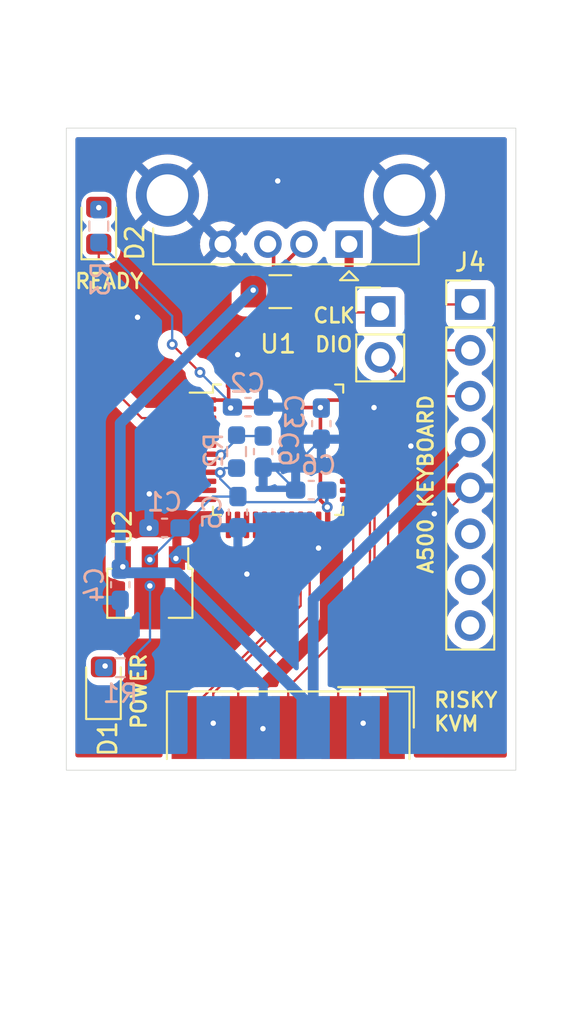
<source format=kicad_pcb>
(kicad_pcb (version 20221018) (generator pcbnew)
  (layers (0 "F.Cu" signal "Front") (1 "In1.Cu" signal) (2 "In2.Cu" signal) (31 "B.Cu" signal "Back") (34 "B.Paste" user) (35 "F.Paste" user) (36 "B.SilkS" user "B.Silkscreen") (37 "F.SilkS" user "F.Silkscreen") (38 "B.Mask" user) (39 "F.Mask" user) (44 "Edge.Cuts" user))
  (net 0 "")
  (net 1 "+3.3V")
  (net 2 "GND")
  (net 3 "+5V")
  (net 4 "/NRST")
  (net 5 "Net-(J3-VBUS)")
  (net 6 "/PIN1")
  (net 7 "/PIN2")
  (net 8 "/PIN3")
  (net 9 "/PIN4")
  (net 10 "/PIN5")
  (net 11 "/PIN6")
  (net 12 "/PIN9")
  (net 13 "/SWDIO")
  (net 14 "/SWCLK")
  (net 15 "/USB_DM")
  (net 16 "/USB_DP")
  (net 18 "Net-(D1-A)")
  (net 24 "/KB_CLK")
  (net 25 "/KB_DATA")
  (net 26 "/KB_RESET")
  (net 30 "unconnected-(U1-OSC_IN_PD0-Pad5)")
  (net 33 "unconnected-(U1-PA2_ADC2-Pad12)")
  (net 44 "/LED1")
  (net 45 "Net-(D2-A)")
  (footprint "LED_SMD:LED_0805_2012Metric_Pad1.15x1.40mm_HandSolder" (layer "F.Cu") (at 119.8 80.2475 90)
    (fp_text reference "D2" (at -0.9525 2 270) (layer "F.SilkS"))
    (fp_text value "LED")
    (fp_line (start -1.86 -0.96) (end -1.86 0.96) (stroke (width 0.12)) (layer "F.SilkS"))
    (fp_line (start -1.86 0.96) (end 1 0.96) (stroke (width 0.12)) (layer "F.SilkS"))
    (fp_line (start 1 -0.96) (end -1.86 -0.96) (stroke (width 0.12)) (layer "F.SilkS"))
    (pad "1" smd roundrect (at -1.025 0 90) (size 1.15 1.4) (layers "F.Cu" "F.Paste" "F.Mask") (roundrect_rratio 0.217391) (net 44 "/LED1"))
    (pad "2" smd roundrect (at 1.025 0 90) (size 1.15 1.4) (layers "F.Cu" "F.Paste" "F.Mask") (roundrect_rratio 0.217391) (net 45 "Net-(D2-A)"))
  )
  (footprint "Connector_PinHeader_2.54mm:PinHeader_1x08_P2.54mm_Vertical" (layer "F.Cu") (at 140.39 84.61)
    (fp_text reference "J4" (at 0 -2.33) (layer "F.SilkS"))
    (fp_text value "Conn_01x08" hide)
    (fp_line (start -1.33 -1.33) (end 0 -1.33) (stroke (width 0.12)) (layer "F.SilkS"))
    (fp_line (start -1.33 0) (end -1.33 -1.33) (stroke (width 0.12)) (layer "F.SilkS"))
    (fp_line (start -1.33 1.27) (end -1.33 19.11) (stroke (width 0.12)) (layer "F.SilkS"))
    (fp_line (start -1.33 1.27) (end 1.33 1.27) (stroke (width 0.12)) (layer "F.SilkS"))
    (fp_line (start -1.33 19.11) (end 1.33 19.11) (stroke (width 0.12)) (layer "F.SilkS"))
    (fp_line (start 1.33 1.27) (end 1.33 19.11) (stroke (width 0.12)) (layer "F.SilkS"))
    (pad "1" thru_hole rect (at 0 0) (size 1.7 1.7) (drill 1) (layers "*.Cu" "*.Mask") (net 24 "/KB_CLK"))
    (pad "2" thru_hole oval (at 0 2.54) (size 1.7 1.7) (drill 1) (layers "*.Cu" "*.Mask") (net 25 "/KB_DATA"))
    (pad "3" thru_hole oval (at 0 5.08) (size 1.7 1.7) (drill 1) (layers "*.Cu" "*.Mask") (net 26 "/KB_RESET"))
    (pad "4" thru_hole oval (at 0 7.62) (size 1.7 1.7) (drill 1) (layers "*.Cu" "*.Mask") (net 3 "+5V"))
    (pad "5" thru_hole oval (at 0 10.16) (size 1.7 1.7) (drill 1) (layers "*.Cu" "*.Mask") (net 2 "GND"))
    (pad "6" thru_hole oval (at 0 12.7) (size 1.7 1.7) (drill 1) (layers "*.Cu" "*.Mask"))
    (pad "7" thru_hole oval (at 0 15.24) (size 1.7 1.7) (drill 1) (layers "*.Cu" "*.Mask"))
    (pad "8" thru_hole oval (at 0 17.78) (size 1.7 1.7) (drill 1) (layers "*.Cu" "*.Mask"))
  )
  (footprint "Fuse:Fuse_1206_3216Metric_Pad1.42x1.75mm_HandSolder" (layer "F.Cu") (at 129.8625 83.9 180)
    (fp_text reference "F1" hide)
    (fp_text value "Fuse" hide)
    (fp_line (start -0.602064 -0.91) (end 0.602064 -0.91) (stroke (width 0.12)) (layer "F.SilkS"))
    (fp_line (start -0.602064 0.91) (end 0.602064 0.91) (stroke (width 0.12)) (layer "F.SilkS"))
    (pad "1" smd roundrect (at -1.4875 0 180) (size 1.425 1.75) (layers "F.Cu" "F.Paste" "F.Mask") (roundrect_rratio 0.1754392982) (net 5 "Net-(J3-VBUS)"))
    (pad "2" smd roundrect (at 1.4875 0 180) (size 1.425 1.75) (layers "F.Cu" "F.Paste" "F.Mask") (roundrect_rratio 0.1754392982) (net 3 "+5V"))
  )
  (footprint "Connector_USB:USB_A_CONNFLY_DS1095-WNR0" (layer "F.Cu") (at 133.675 81.2671 180)
    (fp_text reference "J3" hide)
    (fp_text value "USB_1" hide)
    (fp_line (start -3.86 -1.12) (end -3.86 0.86) (stroke (width 0.12)) (layer "F.SilkS"))
    (fp_line (start -3.86 -1.12) (end 10.86 -1.12) (stroke (width 0.12)) (layer "F.SilkS"))
    (fp_line (start -0.5 -2) (end 0 -1.5) (stroke (width 0.12)) (layer "F.SilkS"))
    (fp_line (start 0 -1.5) (end 0.5 -2) (stroke (width 0.12)) (layer "F.SilkS"))
    (fp_line (start 0.5 -2) (end -0.5 -2) (stroke (width 0.12)) (layer "F.SilkS"))
    (fp_line (start 10.86 0.86) (end 10.86 -1.12) (stroke (width 0.12)) (layer "F.SilkS"))
    (pad "1" thru_hole rect (at 0 0 180) (size 1.524 1.524) (drill 0.92) (layers "*.Cu" "*.Mask") (net 5 "Net-(J3-VBUS)"))
    (pad "2" thru_hole circle (at 2.5 0 180) (size 1.524 1.524) (drill 0.92) (layers "*.Cu" "*.Mask") (net 15 "/USB_DM"))
    (pad "3" thru_hole circle (at 4.5 0 180) (size 1.524 1.524) (drill 0.92) (layers "*.Cu" "*.Mask") (net 16 "/USB_DP"))
    (pad "4" thru_hole circle (at 7 0 180) (size 1.524 1.524) (drill 0.92) (layers "*.Cu" "*.Mask") (net 2 "GND"))
    (pad "5" thru_hole circle (at -3.07 2.71 180) (size 3.5 3.5) (drill 2.3) (layers "*.Cu" "*.Mask") (net 2 "GND"))
    (pad "5" thru_hole circle (at 10.07 2.71 180) (size 3.5 3.5) (drill 2.3) (layers "*.Cu" "*.Mask") (net 2 "GND"))
  )
  (footprint "Connector_Dsub:DSUB-9_Female_EdgeMount_P2.77mm" (layer "F.Cu") (at 130.3 108.0375)
    (fp_text reference "J1" hide)
    (fp_text value "DE9_Plug" hide)
    (fp_line (start -6.723333 -2) (end -6.723333 1.74) (stroke (width 0.12)) (layer "F.SilkS"))
    (fp_line (start 6.723333 -2) (end -6.723333 -2) (stroke (width 0.12)) (layer "F.SilkS"))
    (fp_line (start 6.723333 1.74) (end 6.723333 -2) (stroke (width 0.12)) (layer "F.SilkS"))
    (fp_line (start 6.963333 -2.24) (end 2.77 -2.24) (stroke (width 0.12)) (layer "F.SilkS"))
    (fp_line (start 6.963333 0) (end 6.963333 -2.24) (stroke (width 0.12)) (layer "F.SilkS"))
    (pad "1" smd rect (at 5.54 0) (size 1.846667 3.48) (layers "F.Cu" "F.Paste" "F.Mask") (net 6 "/PIN1"))
    (pad "2" smd rect (at 2.77 0) (size 1.846667 3.48) (layers "F.Cu" "F.Paste" "F.Mask") (net 7 "/PIN2"))
    (pad "3" smd rect (at 0 0) (size 1.846667 3.48) (layers "F.Cu" "F.Paste" "F.Mask") (net 8 "/PIN3"))
    (pad "4" smd rect (at -2.77 0) (size 1.846667 3.48) (layers "F.Cu" "F.Paste" "F.Mask") (net 9 "/PIN4"))
    (pad "5" smd rect (at -5.54 0) (size 1.846667 3.48) (layers "F.Cu" "F.Paste" "F.Mask") (net 10 "/PIN5"))
    (pad "6" smd rect (at 4.155 0) (size 1.846667 3.48) (layers "B.Cu" "B.Paste" "B.Mask") (net 11 "/PIN6"))
    (pad "7" smd rect (at 1.385 0) (size 1.846667 3.48) (layers "B.Cu" "B.Paste" "B.Mask") (net 3 "+5V"))
    (pad "8" smd rect (at -1.385 0) (size 1.846667 3.48) (layers "B.Cu" "B.Paste" "B.Mask") (net 2 "GND"))
    (pad "9" smd rect (at -4.155 0) (size 1.846667 3.48) (layers "B.Cu" "B.Paste" "B.Mask") (net 12 "/PIN9"))
  )
  (footprint "LED_SMD:LED_0805_2012Metric_Pad1.15x1.40mm_HandSolder" (layer "F.Cu") (at 120.06 105.705 90)
    (fp_text reference "D1" (at -2.955 0.24 90) (layer "F.SilkS"))
    (fp_text value "LED")
    (fp_line (start -1.86 -0.96) (end -1.86 0.96) (stroke (width 0.12)) (layer "F.SilkS"))
    (fp_line (start -1.86 0.96) (end 1 0.96) (stroke (width 0.12)) (layer "F.SilkS"))
    (fp_line (start 1 -0.96) (end -1.86 -0.96) (stroke (width 0.12)) (layer "F.SilkS"))
    (pad "1" smd roundrect (at -1.025 0 90) (size 1.15 1.4) (layers "F.Cu" "F.Paste" "F.Mask") (roundrect_rratio 0.217391) (net 2 "GND"))
    (pad "2" smd roundrect (at 1.025 0 90) (size 1.15 1.4) (layers "F.Cu" "F.Paste" "F.Mask") (roundrect_rratio 0.217391) (net 18 "Net-(D1-A)"))
  )
  (footprint "Package_QFP:LQFP-48_7x7mm_P0.5mm" (layer "F.Cu") (at 129.74 92.6525)
    (fp_text reference "U1" (at 0 -5.85) (layer "F.SilkS"))
    (fp_text value "CH32V203C8T6" hide)
    (fp_line (start -3.61 -3.61) (end -3.61 -3.16) (stroke (width 0.12)) (layer "F.SilkS"))
    (fp_line (start -3.61 -3.16) (end -4.9 -3.16) (stroke (width 0.12)) (layer "F.SilkS"))
    (fp_line (start -3.61 3.61) (end -3.61 3.16) (stroke (width 0.12)) (layer "F.SilkS"))
    (fp_line (start -3.16 -3.61) (end -3.61 -3.61) (stroke (width 0.12)) (layer "F.SilkS"))
    (fp_line (start -3.16 3.61) (end -3.61 3.61) (stroke (width 0.12)) (layer "F.SilkS"))
    (fp_line (start 3.16 -3.61) (end 3.61 -3.61) (stroke (width 0.12)) (layer "F.SilkS"))
    (fp_line (start 3.16 3.61) (end 3.61 3.61) (stroke (width 0.12)) (layer "F.SilkS"))
    (fp_line (start 3.61 -3.61) (end 3.61 -3.16) (stroke (width 0.12)) (layer "F.SilkS"))
    (fp_line (start 3.61 3.61) (end 3.61 3.16) (stroke (width 0.12)) (layer "F.SilkS"))
    (pad "1" smd roundrect (at -4.1625 -2.75) (size 1.475 0.3) (layers "F.Cu" "F.Paste" "F.Mask") (net 1 "+3.3V"))
    (pad "2" smd roundrect (at -4.1625 -2.25) (size 1.475 0.3) (layers "F.Cu" "F.Paste" "F.Mask"))
    (pad "3" smd roundrect (at -4.1625 -1.75) (size 1.475 0.3) (layers "F.Cu" "F.Paste" "F.Mask") (net 44 "/LED1"))
    (pad "4" smd roundrect (at -4.1625 -1.25) (size 1.475 0.3) (layers "F.Cu" "F.Paste" "F.Mask"))
    (pad "5" smd roundrect (at -4.1625 -0.75) (size 1.475 0.3) (layers "F.Cu" "F.Paste" "F.Mask") (net 30 "unconnected-(U1-OSC_IN_PD0-Pad5)"))
    (pad "6" smd roundrect (at -4.1625 -0.25) (size 1.475 0.3) (layers "F.Cu" "F.Paste" "F.Mask"))
    (pad "7" smd roundrect (at -4.1625 0.25) (size 1.475 0.3) (layers "F.Cu" "F.Paste" "F.Mask") (net 4 "/NRST"))
    (pad "8" smd roundrect (at -4.1625 0.75) (size 1.475 0.3) (layers "F.Cu" "F.Paste" "F.Mask") (net 2 "GND"))
    (pad "9" smd roundrect (at -4.1625 1.25) (size 1.475 0.3) (layers "F.Cu" "F.Paste" "F.Mask") (net 1 "+3.3V"))
    (pad "10" smd roundrect (at -4.1625 1.75) (size 1.475 0.3) (layers "F.Cu" "F.Paste" "F.Mask"))
    (pad "11" smd roundrect (at -4.1625 2.25) (size 1.475 0.3) (layers "F.Cu" "F.Paste" "F.Mask"))
    (pad "12" smd roundrect (at -4.1625 2.75) (size 1.475 0.3) (layers "F.Cu" "F.Paste" "F.Mask") (net 33 "unconnected-(U1-PA2_ADC2-Pad12)"))
    (pad "13" smd roundrect (at -2.75 4.1625) (size 0.3 1.475) (layers "F.Cu" "F.Paste" "F.Mask"))
    (pad "14" smd roundrect (at -2.25 4.1625) (size 0.3 1.475) (layers "F.Cu" "F.Paste" "F.Mask"))
    (pad "15" smd roundrect (at -1.75 4.1625) (size 0.3 1.475) (layers "F.Cu" "F.Paste" "F.Mask"))
    (pad "16" smd roundrect (at -1.25 4.1625) (size 0.3 1.475) (layers "F.Cu" "F.Paste" "F.Mask"))
    (pad "17" smd roundrect (at -0.75 4.1625) (size 0.3 1.475) (layers "F.Cu" "F.Paste" "F.Mask"))
    (pad "18" smd roundrect (at -0.25 4.1625) (size 0.3 1.475) (layers "F.Cu" "F.Paste" "F.Mask"))
    (pad "19" smd roundrect (at 0.25 4.1625) (size 0.3 1.475) (layers "F.Cu" "F.Paste" "F.Mask"))
    (pad "20" smd roundrect (at 0.75 4.1625) (size 0.3 1.475) (layers "F.Cu" "F.Paste" "F.Mask") (net 10 "/PIN5"))
    (pad "21" smd roundrect (at 1.25 4.1625) (size 0.3 1.475) (layers "F.Cu" "F.Paste" "F.Mask") (net 12 "/PIN9"))
    (pad "22" smd roundrect (at 1.75 4.1625) (size 0.3 1.475) (layers "F.Cu" "F.Paste" "F.Mask") (net 9 "/PIN4"))
    (pad "23" smd roundrect (at 2.25 4.1625) (size 0.3 1.475) (layers "F.Cu" "F.Paste" "F.Mask") (net 2 "GND"))
    (pad "24" smd roundrect (at 2.75 4.1625) (size 0.3 1.475) (layers "F.Cu" "F.Paste" "F.Mask") (net 1 "+3.3V"))
    (pad "25" smd roundrect (at 4.1625 2.75) (size 1.475 0.3) (layers "F.Cu" "F.Paste" "F.Mask") (net 8 "/PIN3"))
    (pad "26" smd roundrect (at 4.1625 2.25) (size 1.475 0.3) (layers "F.Cu" "F.Paste" "F.Mask") (net 7 "/PIN2"))
    (pad "27" smd roundrect (at 4.1625 1.75) (size 1.475 0.3) (layers "F.Cu" "F.Paste" "F.Mask") (net 11 "/PIN6"))
    (pad "28" smd roundrect (at 4.1625 1.25) (size 1.475 0.3) (layers "F.Cu" "F.Paste" "F.Mask") (net 6 "/PIN1"))
    (pad "29" smd roundrect (at 4.1625 0.75) (size 1.475 0.3) (layers "F.Cu" "F.Paste" "F.Mask"))
    (pad "30" smd roundrect (at 4.1625 0.25) (size 1.475 0.3) (layers "F.Cu" "F.Paste" "F.Mask"))
    (pad "31" smd roundrect (at 4.1625 -0.25) (size 1.475 0.3) (layers "F.Cu" "F.Paste" "F.Mask") (net 26 "/KB_RESET"))
    (pad "32" smd roundrect (at 4.1625 -0.75) (size 1.475 0.3) (layers "F.Cu" "F.Paste" "F.Mask") (net 25 "/KB_DATA"))
    (pad "33" smd roundrect (at 4.1625 -1.25) (size 1.475 0.3) (layers "F.Cu" "F.Paste" "F.Mask") (net 24 "/KB_CLK"))
    (pad "34" smd roundrect (at 4.1625 -1.75) (size 1.475 0.3) (layers "F.Cu" "F.Paste" "F.Mask") (net 13 "/SWDIO"))
    (pad "35" smd roundrect (at 4.1625 -2.25) (size 1.475 0.3) (layers "F.Cu" "F.Paste" "F.Mask") (net 2 "GND"))
    (pad "36" smd roundrect (at 4.1625 -2.75) (size 1.475 0.3) (layers "F.Cu" "F.Paste" "F.Mask") (net 1 "+3.3V"))
    (pad "37" smd roundrect (at 2.75 -4.1625) (size 0.3 1.475) (layers "F.Cu" "F.Paste" "F.Mask") (net 14 "/SWCLK"))
    (pad "38" smd roundrect (at 2.25 -4.1625) (size 0.3 1.475) (layers "F.Cu" "F.Paste" "F.Mask"))
    (pad "39" smd roundrect (at 1.75 -4.1625) (size 0.3 1.475) (layers "F.Cu" "F.Paste" "F.Mask"))
    (pad "40" smd roundrect (at 1.25 -4.1625) (size 0.3 1.475) (layers "F.Cu" "F.Paste" "F.Mask"))
    (pad "41" smd roundrect (at 0.75 -4.1625) (size 0.3 1.475) (layers "F.Cu" "F.Paste" "F.Mask"))
    (pad "42" smd roundrect (at 0.25 -4.1625) (size 0.3 1.475) (layers "F.Cu" "F.Paste" "F.Mask") (net 15 "/USB_DM"))
    (pad "43" smd roundrect (at -0.25 -4.1625) (size 0.3 1.475) (layers "F.Cu" "F.Paste" "F.Mask") (net 16 "/USB_DP"))
    (pad "44" smd roundrect (at -0.75 -4.1625) (size 0.3 1.475) (layers "F.Cu" "F.Paste" "F.Mask"))
    (pad "45" smd roundrect (at -1.25 -4.1625) (size 0.3 1.475) (layers "F.Cu" "F.Paste" "F.Mask"))
    (pad "46" smd roundrect (at -1.75 -4.1625) (size 0.3 1.475) (layers "F.Cu" "F.Paste" "F.Mask"))
    (pad "47" smd roundrect (at -2.25 -4.1625) (size 0.3 1.475) (layers "F.Cu" "F.Paste" "F.Mask") (net 2 "GND"))
    (pad "48" smd roundrect (at -2.75 -4.1625) (size 0.3 1.475) (layers "F.Cu" "F.Paste" "F.Mask") (net 1 "+3.3V"))
  )
  (footprint "Package_TO_SOT_SMD:SOT-89-3" (layer "F.Cu") (at 122.63 100.6025 -90)
    (fp_text reference "U2" (at -3.6274 1.524 -270) (layer "F.SilkS"))
    (fp_text value "LM1117MP-3.3" hide)
    (fp_line (start -2.5 -2.13) (end -1.36 -2.13) (stroke (width 0.12)) (layer "F.SilkS"))
    (fp_line (start -1.36 -2.36) (end -1.36 -2.13) (stroke (width 0.12)) (layer "F.SilkS"))
    (fp_line (start -1.36 -2.36) (end 1.36 -2.36) (stroke (width 0.12)) (layer "F.SilkS"))
    (fp_line (start -1.36 2.36) (end -1.36 2.13) (stroke (width 0.12)) (layer "F.SilkS"))
    (fp_line (start 1.36 -2.36) (end 1.36 -1.05) (stroke (width 0.12)) (layer "F.SilkS"))
    (fp_line (start 1.36 1.05) (end 1.36 2.36) (stroke (width 0.12)) (layer "F.SilkS"))
    (fp_line (start 1.36 2.36) (end -1.36 2.36) (stroke (width 0.12)) (layer "F.SilkS"))
    (pad "1" smd rect (at -1.95 -1.5 270) (size 1.3 0.9) (layers "F.Cu" "F.Paste" "F.Mask") (net 2 "GND"))
    (pad "2" smd custom (at -1.8625 0 270) (size 1.475 0.9) (layers "F.Cu" "F.Paste" "F.Mask") (net 1 "+3.3V") (options (clearance outline) (anchor rect)) (primitives (gr_poly (pts (xy 3.8625 0.8665) (xy 0.7375 0.8665) (xy 0.7375 -0.8665) (xy 3.8625 -0.8665)) (width 0) (fill yes))))
    (pad "3" smd rect (at -1.95 1.5 270) (size 1.3 0.9) (layers "F.Cu" "F.Paste" "F.Mask") (net 3 "+5V"))
  )
  (footprint "Connector_PinHeader_2.54mm:PinHeader_1x02_P2.54mm_Vertical" (layer "F.Cu") (at 135.4 85)
    (fp_text reference "J2" hide)
    (fp_text value "Conn_01x02")
    (fp_line (start -1.33 -1.33) (end 0 -1.33) (stroke (width 0.12)) (layer "F.SilkS"))
    (fp_line (start -1.33 0) (end -1.33 -1.33) (stroke (width 0.12)) (layer "F.SilkS"))
    (fp_line (start -1.33 1.27) (end -1.33 3.87) (stroke (width 0.12)) (layer "F.SilkS"))
    (fp_line (start -1.33 1.27) (end 1.33 1.27) (stroke (width 0.12)) (layer "F.SilkS"))
    (fp_line (start -1.33 3.87) (end 1.33 3.87) (stroke (width 0.12)) (layer "F.SilkS"))
    (fp_line (start 1.33 1.27) (end 1.33 3.87) (stroke (width 0.12)) (layer "F.SilkS"))
    (pad "1" thru_hole rect (at 0 0) (size 1.7 1.7) (drill 1) (layers "*.Cu" "*.Mask") (net 14 "/SWCLK"))
    (pad "2" thru_hole oval (at 0 2.54) (size 1.7 1.7) (drill 1) (layers "*.Cu" "*.Mask") (net 13 "/SWDIO"))
  )
  (footprint "Resistor_SMD:R_0603_1608Metric_Pad0.98x0.95mm_HandSolder" (layer "B.Cu") (at 120.9925 104.72)
    (fp_text reference "R1" (at 0 1.43) (layer "B.SilkS") (effects (justify mirror)))
    (fp_text value "2.2k")
    (fp_line (start -0.254724 -0.5225) (end 0.254724 -0.5225) (stroke (width 0.12)) (layer "B.SilkS"))
    (fp_line (start -0.254724 0.5225) (end 0.254724 0.5225) (stroke (width 0.12)) (layer "B.SilkS"))
    (pad "1" smd roundrect (at -0.9125 0) (size 0.975 0.95) (layers "B.Cu" "B.Paste" "B.Mask") (net 18 "Net-(D1-A)"))
    (pad "2" smd roundrect (at 0.9125 0) (size 0.975 0.95) (layers "B.Cu" "B.Paste" "B.Mask") (net 1 "+3.3V"))
  )
  (footprint "Capacitor_SMD:C_0603_1608Metric_Pad1.08x0.95mm_HandSolder" (layer "B.Cu") (at 128.0722 90.294)
    (fp_text reference "C2" (at -0.0254 -1.3208) (layer "B.SilkS") (effects (justify mirror)))
    (fp_text value "C")
    (fp_line (start -0.146267 -0.51) (end 0.146267 -0.51) (stroke (width 0.12)) (layer "B.SilkS"))
    (fp_line (start -0.146267 0.51) (end 0.146267 0.51) (stroke (width 0.12)) (layer "B.SilkS"))
    (pad "1" smd roundrect (at -0.8625 0) (size 1.075 0.95) (layers "B.Cu" "B.Paste" "B.Mask") (net 1 "+3.3V"))
    (pad "2" smd roundrect (at 0.8625 0) (size 1.075 0.95) (layers "B.Cu" "B.Paste" "B.Mask") (net 2 "GND"))
  )
  (footprint "Resistor_SMD:R_0603_1608Metric_Pad0.98x0.95mm_HandSolder" (layer "B.Cu") (at 119.8 80.27 -90)
    (fp_text reference "R3" (at 2.93 -0.1 90) (layer "B.SilkS") (effects (justify mirror)))
    (fp_text value "2.2k")
    (fp_line (start -0.254724 -0.5225) (end 0.254724 -0.5225) (stroke (width 0.12)) (layer "B.SilkS"))
    (fp_line (start -0.254724 0.5225) (end 0.254724 0.5225) (stroke (width 0.12)) (layer "B.SilkS"))
    (pad "1" smd roundrect (at -0.9125 0 270) (size 0.975 0.95) (layers "B.Cu" "B.Paste" "B.Mask") (net 45 "Net-(D2-A)"))
    (pad "2" smd roundrect (at 0.9125 0 270) (size 0.975 0.95) (layers "B.Cu" "B.Paste" "B.Mask") (net 1 "+3.3V"))
  )
  (footprint "Capacitor_SMD:C_0603_1608Metric_Pad1.08x0.95mm_HandSolder" (layer "B.Cu") (at 120.99 100.1275 -90)
    (fp_text reference "C4" (at 0 1.43 90) (layer "B.SilkS") (effects (justify mirror)))
    (fp_text value "C")
    (fp_line (start -0.146267 -0.51) (end 0.146267 -0.51) (stroke (width 0.12)) (layer "B.SilkS"))
    (fp_line (start -0.146267 0.51) (end 0.146267 0.51) (stroke (width 0.12)) (layer "B.SilkS"))
    (pad "1" smd roundrect (at -0.8625 0 270) (size 1.075 0.95) (layers "B.Cu" "B.Paste" "B.Mask") (net 3 "+5V"))
    (pad "2" smd roundrect (at 0.8625 0 270) (size 1.075 0.95) (layers "B.Cu" "B.Paste" "B.Mask") (net 2 "GND"))
  )
  (footprint "Capacitor_SMD:C_0603_1608Metric_Pad1.08x0.95mm_HandSolder" (layer "B.Cu") (at 123.4459 96.9815 180)
    (fp_text reference "C1" (at 0 1.43) (layer "B.SilkS") (effects (justify mirror)))
    (fp_text value "C")
    (fp_line (start -0.146267 -0.51) (end 0.146267 -0.51) (stroke (width 0.12)) (layer "B.SilkS"))
    (fp_line (start -0.146267 0.51) (end 0.146267 0.51) (stroke (width 0.12)) (layer "B.SilkS"))
    (pad "1" smd roundrect (at -0.8625 0 180) (size 1.075 0.95) (layers "B.Cu" "B.Paste" "B.Mask") (net 1 "+3.3V"))
    (pad "2" smd roundrect (at 0.8625 0 180) (size 1.075 0.95) (layers "B.Cu" "B.Paste" "B.Mask") (net 2 "GND"))
  )
  (footprint "Capacitor_SMD:C_0603_1608Metric_Pad1.08x0.95mm_HandSolder" (layer "B.Cu") (at 131.5774 94.8914 180)
    (fp_text reference "C6" (at -0.4064 1.3716) (layer "B.SilkS") (effects (justify mirror)))
    (fp_text value "C")
    (fp_line (start -0.146267 -0.51) (end 0.146267 -0.51) (stroke (width 0.12)) (layer "B.SilkS"))
    (fp_line (start -0.146267 0.51) (end 0.146267 0.51) (stroke (width 0.12)) (layer "B.SilkS"))
    (pad "1" smd roundrect (at -0.8625 0 180) (size 1.075 0.95) (layers "B.Cu" "B.Paste" "B.Mask") (net 1 "+3.3V"))
    (pad "2" smd roundrect (at 0.8625 0 180) (size 1.075 0.95) (layers "B.Cu" "B.Paste" "B.Mask") (net 2 "GND"))
  )
  (footprint "Capacitor_SMD:C_0603_1608Metric_Pad1.08x0.95mm_HandSolder" (layer "B.Cu") (at 132.1362 91.2084 -90)
    (fp_text reference "C3" (at -0.6604 1.4478 90) (layer "B.SilkS") (effects (justify mirror)))
    (fp_text value "C")
    (fp_line (start -0.146267 -0.51) (end 0.146267 -0.51) (stroke (width 0.12)) (layer "B.SilkS"))
    (fp_line (start -0.146267 0.51) (end 0.146267 0.51) (stroke (width 0.12)) (layer "B.SilkS"))
    (pad "1" smd roundrect (at -0.8625 0 270) (size 1.075 0.95) (layers "B.Cu" "B.Paste" "B.Mask") (net 1 "+3.3V"))
    (pad "2" smd roundrect (at 0.8625 0 270) (size 1.075 0.95) (layers "B.Cu" "B.Paste" "B.Mask") (net 2 "GND"))
  )
  (footprint "Capacitor_SMD:C_0603_1608Metric_Pad1.08x0.95mm_HandSolder" (layer "B.Cu") (at 127.5134 96.1106 -90)
    (fp_text reference "C5" (at 0 1.43 90) (layer "B.SilkS") (effects (justify mirror)))
    (fp_text value "C")
    (fp_line (start -0.146267 -0.51) (end 0.146267 -0.51) (stroke (width 0.12)) (layer "B.SilkS"))
    (fp_line (start -0.146267 0.51) (end 0.146267 0.51) (stroke (width 0.12)) (layer "B.SilkS"))
    (pad "1" smd roundrect (at -0.8625 0 270) (size 1.075 0.95) (layers "B.Cu" "B.Paste" "B.Mask") (net 1 "+3.3V"))
    (pad "2" smd roundrect (at 0.8625 0 270) (size 1.075 0.95) (layers "B.Cu" "B.Paste" "B.Mask") (net 2 "GND"))
  )
  (footprint "Resistor_SMD:R_0603_1608Metric_Pad0.98x0.95mm_HandSolder" (layer "B.Cu") (at 127.4372 92.7578 90)
    (fp_text reference "R2" (at 0.0762 -1.27 270) (layer "B.SilkS") (effects (justify mirror)))
    (fp_text value "R" hide)
    (fp_line (start -0.254724 -0.5225) (end 0.254724 -0.5225) (stroke (width 0.12)) (layer "B.SilkS"))
    (fp_line (start -0.254724 0.5225) (end 0.254724 0.5225) (stroke (width 0.12)) (layer "B.SilkS"))
    (pad "1" smd roundrect (at -0.9125 0 90) (size 0.975 0.95) (layers "B.Cu" "B.Paste" "B.Mask") (net 1 "+3.3V"))
    (pad "2" smd roundrect (at 0.9125 0 90) (size 0.975 0.95) (layers "B.Cu" "B.Paste" "B.Mask") (net 4 "/NRST"))
  )
  (footprint "Capacitor_SMD:C_0603_1608Metric_Pad1.08x0.95mm_HandSolder" (layer "B.Cu") (at 128.9104 92.7578 -90)
    (fp_text reference "C9" (at -0.1524 -1.4732 90) (layer "B.SilkS") (effects (justify mirror)))
    (fp_text value "0.1μF" hide)
    (fp_line (start -0.146267 -0.51) (end 0.146267 -0.51) (stroke (width 0.12)) (layer "B.SilkS"))
    (fp_line (start -0.146267 0.51) (end 0.146267 0.51) (stroke (width 0.12)) (layer "B.SilkS"))
    (pad "1" smd roundrect (at -0.8625 0 270) (size 1.075 0.95) (layers "B.Cu" "B.Paste" "B.Mask") (net 4 "/NRST"))
    (pad "2" smd roundrect (at 0.8625 0 270) (size 1.075 0.95) (layers "B.Cu" "B.Paste" "B.Mask") (net 2 "GND"))
  )
  (gr_rect (start 118.0018 74.8454) (end 142.9182 110.4) (stroke (width 0.0381)) (fill none) (layer "Edge.Cuts"))
  (gr_text "A500 KEYBOARD" (at 138.4 99.6 90) (layer "F.SilkS") (effects (font (size 0.8128 0.8128) (thickness 0.1524) bold) (justify left bottom)))
  (gr_text "RISKY\nKVM" (at 138.3 108.3) (layer "F.SilkS") (effects (font (size 0.8128 0.8128) (thickness 0.1524) bold) (justify left bottom)))
  (gr_text "CLK\n" (at 131.6 85.7) (layer "F.SilkS") (effects (font (size 0.8128 0.8128) (thickness 0.1524) bold) (justify left bottom)))
  (gr_text "READY" (at 118.4 83.8) (layer "F.SilkS") (effects (font (size 0.8128 0.8128) (thickness 0.1524) bold) (justify left bottom)))
  (gr_text "DIO" (at 131.7 87.3) (layer "F.SilkS") (effects (font (size 0.8128 0.8128) (thickness 0.1524) bold) (justify left bottom)))
  (gr_text "POWER" (at 122.5 108.2 90) (layer "F.SilkS") (effects (font (size 0.8128 0.8128) (thickness 0.1524) bold) (justify left bottom)))
  (segment (start 132.4986 89.9062) (end 132.0854 90.3194) (width 0.2) (layer "F.Cu") (net 1))
  (segment (start 127.1324 90.3194) (end 127.107 90.3448) (width 0.2) (layer "F.Cu") (net 1))
  (segment (start 125.596121 93.916221) (end 125.5861 93.9062) (width 0.127) (layer "F.Cu") (net 1))
  (segment (start 126.9986 90.0146) (end 126.9986 90.2364) (width 0.2) (layer "F.Cu") (net 1))
  (segment (start 132.0854 95.4502) (end 132.4664 95.8312) (width 0.2) (layer "F.Cu") (net 1))
  (segment (start 132.4986 96.8187) (end 132.4997 96.8198) (width 0.127) (layer "F.Cu") (net 1))
  (segment (start 126.9986 88.4937) (end 126.9986 90.0146) (width 0.2) (layer "F.Cu") (net 1))
  (segment (start 126.8902 89.9062) (end 126.9986 90.0146) (width 0.2) (layer "F.Cu") (net 1))
  (segment (start 126.530218 93.916221) (end 125.596121 93.916221) (width 0.127) (layer "F.Cu") (net 1))
  (segment (start 126.9986 90.2364) (end 127.107 90.3448) (width 0.2) (layer "F.Cu") (net 1))
  (segment (start 125.5861 89.9062) (end 126.8902 89.9062) (width 0.2) (layer "F.Cu") (net 1))
  (segment (start 123.87 86.83) (end 123.87 86.82) (width 0.127) (layer "F.Cu") (net 1))
  (segment (start 133.9111 89.9062) (end 132.4986 89.9062) (width 0.2) (layer "F.Cu") (net 1))
  (segment (start 132.4664 96.7865) (end 132.4986 96.8187) (width 0.127) (layer "F.Cu") (net 1))
  (segment (start 132.0854 90.3194) (end 127.1324 90.3194) (width 0.2) (layer "F.Cu") (net 1))
  (segment (start 132.0854 90.3194) (end 132.0854 95.4502) (width 0.2) (layer "F.Cu") (net 1))
  (segment (start 125.41 88.37) (end 123.87 86.83) (width 0.127) (layer "F.Cu") (net 1))
  (segment (start 132.4664 95.8312) (end 132.4664 96.7865) (width 0.127) (layer "F.Cu") (net 1))
  (via (at 125.41 88.37) (size 0.6) (drill 0.3) (layers "F.Cu" "B.Cu") (net 1))
  (via (at 123.87 86.82) (size 0.6) (drill 0.3) (layers "F.Cu" "B.Cu") (net 1))
  (via (at 122.63 98.74) (size 0.6) (drill 0.3) (layers "F.Cu" "B.Cu") (net 1))
  (via (at 132.0854 90.3194) (size 0.6) (drill 0.3) (layers "F.Cu" "B.Cu") (net 1))
  (via (at 132.4664 95.8312) (size 0.6) (drill 0.3) (layers "F.Cu" "B.Cu") (net 1))
  (via (at 122.63 100.1935) (size 0.6) (drill 0.3) (layers "F.Cu" "B.Cu") (net 1))
  (via (at 127.107 90.3448) (size 0.6) (drill 0.3) (layers "F.Cu" "B.Cu") (net 1))
  (via (at 126.530218 93.916221) (size 0.6) (drill 0.3) (layers "F.Cu" "B.Cu") (net 1))
  (segment (start 132.4399 94.8914) (end 132.4399 95.8047) (width 0.2) (layer "B.Cu") (net 1))
  (segment (start 126.530218 94.264918) (end 126.530218 93.916221) (width 0.127) (layer "B.Cu") (net 1))
  (segment (start 127.5134 95.2481) (end 126.530218 94.264918) (width 0.127) (layer "B.Cu") (net 1))
  (segment (start 121.905 103.955) (end 122.64 103.22) (width 0.127) (layer "B.Cu") (net 1))
  (segment (start 127.8222 95.5569) (end 131.7744 95.5569) (width 0.127) (layer "B.Cu") (net 1))
  (segment (start 122.5834 98.6934) (end 122.63 98.74) (width 0.127) (layer "B.Cu") (net 1))
  (segment (start 126.776139 93.6703) (end 126.530218 93.916221) (width 0.127) (layer "B.Cu") (net 1))
  (segment (start 132.4399 95.8047) (end 132.4664 95.8312) (width 0.2) (layer "B.Cu") (net 1))
  (segment (start 121.905 104.72) (end 121.905 103.955) (width 0.127) (layer "B.Cu") (net 1))
  (segment (start 126.1219 95.2481) (end 122.63 98.74) (width 0.127) (layer "B.Cu") (net 1))
  (segment (start 127.2097 90.1697) (end 125.41 88.37) (width 0.127) (layer "B.Cu") (net 1))
  (segment (start 127.4372 93.6703) (end 126.776139 93.6703) (width 0.127) (layer "B.Cu") (net 1))
  (segment (start 122.64 100.2035) (end 122.63 100.1935) (width 0.127) (layer "B.Cu") (net 1))
  (segment (start 127.1589 90.3448) (end 127.2097 90.294) (width 0.2) (layer "B.Cu") (net 1))
  (segment (start 122.64 103.22) (end 122.64 100.2035) (width 0.127) (layer "B.Cu") (net 1))
  (segment (start 127.5134 95.2481) (end 127.8222 95.5569) (width 0.127) (layer "B.Cu") (net 1))
  (segment (start 131.7744 95.5569) (end 132.4399 94.8914) (width 0.127) (layer "B.Cu") (net 1))
  (segment (start 127.107 90.3448) (end 127.1589 90.3448) (width 0.2) (layer "B.Cu") (net 1))
  (segment (start 123.87 85.2525) (end 119.8 81.1825) (width 0.127) (layer "B.Cu") (net 1))
  (segment (start 123.87 86.82) (end 123.87 85.2525) (width 0.127) (layer "B.Cu") (net 1))
  (segment (start 127.5134 95.2481) (end 126.1219 95.2481) (width 0.127) (layer "B.Cu") (net 1))
  (segment (start 127.2097 90.294) (end 127.2097 90.1697) (width 0.127) (layer "B.Cu") (net 1))
  (segment (start 133.9111 90.4062) (end 134.9704 90.4062) (width 0.2) (layer "F.Cu") (net 2))
  (segment (start 131.99 96.815) (end 131.99 98.09) (width 0.127) (layer "F.Cu") (net 2))
  (segment (start 125.5775 93.4025) (end 124.2975 93.4025) (width 0.127) (layer "F.Cu") (net 2))
  (segment (start 131.99 98.09) (end 131.98 98.1) (width 0.127) (layer "F.Cu") (net 2))
  (segment (start 124.2975 93.4025) (end 122.6 95.1) (width 0.127) (layer "F.Cu") (net 2))
  (segment (start 124.91943 93.4062) (end 125.5861 93.4062) (width 0.2) (layer "F.Cu") (net 2))
  (segment (start 134.9704 90.4062) (end 135.0572 90.3194) (width 0.2) (layer "F.Cu") (net 2))
  (segment (start 138.96 96.2) (end 140.39 94.77) (width 0.127) (layer "F.Cu") (net 2))
  (segment (start 138.4 96.2) (end 138.96 96.2) (width 0.127) (layer "F.Cu") (net 2))
  (segment (start 127.49 87.4) (end 127.5 87.39) (width 0.127) (layer "F.Cu") (net 2))
  (segment (start 127.49 88.49) (end 127.49 87.4) (width 0.127) (layer "F.Cu") (net 2))
  (via (at 137.1 92.45) (size 0.6) (drill 0.3) (layers "F.Cu" "B.Cu") (net 2))
  (via (at 128.9 108.1) (size 0.6) (drill 0.3) (layers "F.Cu" "B.Cu") (net 2))
  (via (at 138.4 96.2) (size 0.6) (drill 0.3) (layers "F.Cu" "B.Cu") (net 2))
  (via (at 135.0572 90.3194) (size 0.6) (drill 0.3) (layers "F.Cu" "B.Cu") (net 2))
  (via (at 131.98 98.1) (size 0.6) (drill 0.3) (layers "F.Cu" "B.Cu") (net 2))
  (via (at 124.0778 98.6769) (size 0.6) (drill 0.3) (layers "F.Cu" "B.Cu") (net 2))
  (via (at 122.6 95.1) (size 0.6) (drill 0.3) (layers "F.Cu" "B.Cu") (net 2))
  (via (at 129.72 77.77) (size 0.6) (drill 0.3) (layers "F.Cu" "B.Cu") (net 2))
  (via (at 128.01 99.54) (size 0.6) (drill 0.3) (layers "F.Cu" "B.Cu") (net 2))
  (via (at 121.95 85.32) (size 0.6) (drill 0.3) (layers "F.Cu" "B.Cu") (net 2))
  (via (at 127.5 87.39) (size 0.6) (drill 0.3) (layers "F.Cu" "B.Cu") (net 2))
  (via (at 122.6 97) (size 0.6) (drill 0.3) (layers "F.Cu" "B.Cu") (net 2))
  (segment (start 130.7149 93.4922) (end 132.1362 92.0709) (width 0.127) (layer "B.Cu") (net 2))
  (segment (start 129.4438 93.6203) (end 128.9104 93.6203) (width 0.127) (layer "B.Cu") (net 2))
  (segment (start 130.7149 94.8914) (end 129.4438 93.6203) (width 0.127) (layer "B.Cu") (net 2))
  (segment (start 122.64 97.02) (end 122.6 97) (width 0.2) (layer "B.Cu") (net 2))
  (segment (start 122.6 97) (end 122.7073 97.3307) (width 0.2) (layer "B.Cu") (net 2))
  (segment (start 130.7149 94.8914) (end 130.7149 93.4922) (width 0.127) (layer "B.Cu") (net 2))
  (segment (start 121.13 98.6525) (end 121.1314 99.1341) (width 0.4) (layer "F.Cu") (net 3))
  (via (at 121.1314 99.1341) (size 0.6) (drill 0.3) (layers "F.Cu" "B.Cu") (net 3))
  (via (at 128.36 83.82) (size 0.6) (drill 0.3) (layers "F.Cu" "B.Cu") (net 3))
  (segment (start 131.685 107.7975) (end 131.685 106.980833) (width 0.6) (layer "B.Cu") (net 3))
  (segment (start 131.685 107.7975) (end 131.685 100.935) (width 0.6) (layer "B.Cu") (net 3))
  (segment (start 120.99 99.265) (end 120.99 91.19) (width 0.6) (layer "B.Cu") (net 3))
  (segment (start 124.171167 99.467) (end 121.192 99.467) (width 0.6) (layer "B.Cu") (net 3))
  (segment (start 121.192 99.467) (end 120.99 99.265) (width 0.6) (layer "B.Cu") (net 3))
  (segment (start 131.685 100.935) (end 140.39 92.23) (width 0.6) (layer "B.Cu") (net 3))
  (segment (start 131.685 106.980833) (end 124.171167 99.467) (width 0.6) (layer "B.Cu") (net 3))
  (segment (start 120.99 91.19) (end 128.36 83.82) (width 0.6) (layer "B.Cu") (net 3))
  (segment (start 125.621567 92.941667) (end 125.5861 92.9062) (width 0.127) (layer "F.Cu") (net 4))
  (segment (start 126.566051 92.941667) (end 125.621567 92.941667) (width 0.127) (layer "F.Cu") (net 4))
  (via (at 126.566051 92.941667) (size 0.6) (drill 0.3) (layers "F.Cu" "B.Cu") (net 4))
  (segment (start 127.4872 91.8953) (end 127.4372 91.8453) (width 0.127) (layer "B.Cu") (net 4))
  (segment (start 128.9612 91.8953) (end 127.4872 91.8953) (width 0.127) (layer "B.Cu") (net 4))
  (segment (start 127.4372 92.070518) (end 126.566051 92.941667) (width 0.127) (layer "B.Cu") (net 4))
  (segment (start 127.4372 91.8453) (end 127.4372 92.070518) (width 0.127) (layer "B.Cu") (net 4))
  (segment (start 133.19 83.92) (end 131.4475 83.92) (width 0.5) (layer "F.Cu") (net 5))
  (segment (start 133.675 81.2671) (end 133.675 83.435) (width 0.5) (layer "F.Cu") (net 5))
  (segment (start 133.6802 81.2723) (end 133.675 81.2671) (width 0.5) (layer "F.Cu") (net 5))
  (segment (start 133.675 83.435) (end 133.19 83.92) (width 0.5) (layer "F.Cu") (net 5))
  (segment (start 134.639999 93.9025) (end 135.84 95.102501) (width 0.127) (layer "F.Cu") (net 6))
  (segment (start 135.84 95.102501) (end 135.84 107.7975) (width 0.127) (layer "F.Cu") (net 6))
  (segment (start 133.9025 93.9025) (end 134.639999 93.9025) (width 0.127) (layer "F.Cu") (net 6))
  (segment (start 133.9025 94.9025) (end 134.639999 94.9025) (width 0.127) (layer "F.Cu") (net 7))
  (segment (start 134.8305 95.093001) (end 134.8305 103.6995) (width 0.127) (layer "F.Cu") (net 7))
  (segment (start 134.639999 94.9025) (end 134.8305 95.093001) (width 0.127) (layer "F.Cu") (net 7))
  (segment (start 134.8305 103.6995) (end 133.07 105.46) (width 0.127) (layer "F.Cu") (net 7))
  (segment (start 133.07 105.46) (end 133.07 107.7975) (width 0.127) (layer "F.Cu") (net 7))
  (segment (start 133.9025 95.4025) (end 133.9025 102.19991) (width 0.127) (layer "F.Cu") (net 8))
  (segment (start 133.9025 102.19991) (end 130.3 105.80241) (width 0.127) (layer "F.Cu") (net 8))
  (segment (start 130.3 105.80241) (end 130.3 107.7975) (width 0.127) (layer "F.Cu") (net 8))
  (segment (start 131.49 96.815) (end 131.49 101.87) (width 0.127) (layer "F.Cu") (net 9))
  (segment (start 131.49 101.87) (end 127.53 105.83) (width 0.127) (layer "F.Cu") (net 9))
  (segment (start 127.53 105.83) (end 127.53 107.7975) (width 0.127) (layer "F.Cu") (net 9))
  (segment (start 124.76 107.163957) (end 124.76 107.7975) (width 0.127) (layer "F.Cu") (net 10))
  (segment (start 130.49 101.433957) (end 124.76 107.163957) (width 0.127) (layer "F.Cu") (net 10))
  (segment (start 130.49 96.815) (end 130.49 101.433957) (width 0.127) (layer "F.Cu") (net 10))
  (segment (start 134.639999 94.4025) (end 135.0845 94.847001) (width 0.127) (layer "F.Cu") (net 11))
  (segment (start 134.28 104.60921) (end 134.28 107.6225) (width 0.127) (layer "F.Cu") (net 11))
  (segment (start 135.0845 103.80471) (end 134.28 104.60921) (width 0.127) (layer "F.Cu") (net 11))
  (segment (start 135.0845 94.847001) (end 135.0845 103.80471) (width 0.127) (layer "F.Cu") (net 11))
  (segment (start 134.28 107.6225) (end 134.455 107.7975) (width 0.127) (layer "F.Cu") (net 11))
  (segment (start 133.9025 94.4025) (end 134.639999 94.4025) (width 0.127) (layer "F.Cu") (net 11))
  (via (at 134.455 107.7975) (size 0.6) (drill 0.3) (layers "F.Cu" "B.Cu") (net 11))
  (segment (start 130.99 101.293167) (end 126.145 106.138167) (width 0.127) (layer "F.Cu") (net 12))
  (segment (start 130.99 96.815) (end 130.99 101.293167) (width 0.127) (layer "F.Cu") (net 12))
  (segment (start 126.145 106.138167) (end 126.145 107.7975) (width 0.127) (layer "F.Cu") (net 12))
  (via (at 126.145 107.7975) (size 0.6) (drill 0.3) (layers "F.Cu" "B.Cu") (net 12))
  (segment (start 136.25 88.44) (end 135.4 87.59) (width 0.127) (layer "F.Cu") (net 13))
  (segment (start 135.167772 90.9025) (end 136.25 89.820272) (width 0.127) (layer "F.Cu") (net 13))
  (segment (start 136.25 89.820272) (end 136.25 88.44) (width 0.127) (layer "F.Cu") (net 13))
  (segment (start 133.9025 90.9025) (end 135.167772 90.9025) (width 0.127) (layer "F.Cu") (net 13))
  (segment (start 132.49 85.95) (end 133.39 85.05) (width 0.127) (layer "F.Cu") (net 14))
  (segment (start 132.49 88.49) (end 132.49 85.95) (width 0.127) (layer "F.Cu") (net 14))
  (segment (start 133.39 85.05) (end 135.4 85.05) (width 0.127) (layer "F.Cu") (net 14))
  (segment (start 130.0186 82.4235) (end 131.175 81.2671) (width 0.2) (layer "F.Cu") (net 15))
  (segment (start 129.99 82.4521) (end 131.175 81.2671) (width 0.2) (layer "F.Cu") (net 15))
  (segment (start 129.99 88.49) (end 129.99 82.4521) (width 0.2) (layer "F.Cu") (net 15))
  (segment (start 129.49 81.5821) (end 129.175 81.2671) (width 0.2) (layer "F.Cu") (net 16))
  (segment (start 129.49 88.49) (end 129.49 81.5821) (width 0.2) (layer "F.Cu") (net 16))
  (segment (start 129.5186 81.6107) (end 129.175 81.2671) (width 0.2) (layer "F.Cu") (net 16))
  (via (at 120.15 104.63) (size 0.6) (drill 0.3) (layers "F.Cu" "B.Cu") (net 18))
  (segment (start 133.9025 91.4025) (end 135.026982 91.4025) (width 0.127) (layer "F.Cu") (net 24))
  (segment (start 135.026982 91.4025) (end 137.22 89.209482) (width 0.127) (layer "F.Cu") (net 24))
  (segment (start 138.41 84.61) (end 140.39 84.61) (width 0.127) (layer "F.Cu") (net 24))
  (segment (start 137.22 85.8) (end 138.41 84.61) (width 0.127) (layer "F.Cu") (net 24))
  (segment (start 137.22 89.209482) (end 137.22 85.8) (width 0.127) (layer "F.Cu") (net 24))
  (segment (start 138.294 87.15) (end 140.39 87.15) (width 0.127) (layer "F.Cu") (net 25))
  (segment (start 137.474 87.97) (end 138.294 87.15) (width 0.127) (layer "F.Cu") (net 25))
  (segment (start 133.9025 91.9025) (end 134.886192 91.9025) (width 0.127) (layer "F.Cu") (net 25))
  (segment (start 134.886192 91.9025) (end 137.474 89.314692) (width 0.127) (layer "F.Cu") (net 25))
  (segment (start 137.474 89.314692) (end 137.474 87.97) (width 0.127) (layer "F.Cu") (net 25))
  (segment (start 133.9025 92.4025) (end 134.8375 92.4025) (width 0.127) (layer "F.Cu") (net 26))
  (segment (start 134.8375 92.4025) (end 137.55 89.69) (width 0.127) (layer "F.Cu") (net 26))
  (segment (start 137.55 89.69) (end 140.39 89.69) (width 0.127) (layer "F.Cu") (net 26))
  (segment (start 125.5265 91.9658) (end 125.5861 91.9062) (width 0.127) (layer "F.Cu") (net 30))
  (segment (start 125.583 95.4093) (end 125.5861 95.4062) (width 0.2) (layer "F.Cu") (net 33))
  (segment (start 119.8 81.2725) (end 119.8 88.52) (width 0.127) (layer "F.Cu") (net 44))
  (segment (start 119.8 88.52) (end 122.1825 90.9025) (width 0.127) (layer "F.Cu") (net 44))
  (segment (start 122.1825 90.9025) (end 125.5775 90.9025) (width 0.127) (layer "F.Cu") (net 44))
  (via (at 119.8 79.25) (size 0.6) (drill 0.3) (layers "F.Cu" "B.Cu") (net 45))
  (zone (net 2) (net_name "GND") (layer "F.Cu") (priority 2) (connect_pads (clearance 0.5)) (min_thickness 0.25) (fill yes (thermal_gap 0.5) (thermal_bridge_width 0.5))
    (polygon (pts (xy 117.83 75.02) (xy 142.72 75.05) (xy 142.92 109.7) (xy 118.01 109.69) (xy 118 75.84)))
  )
  (zone (net 2) (net_name "GND") (layer "B.Cu") (priority 3) (connect_pads (clearance 0.5)) (min_thickness 0.25) (fill yes (thermal_gap 0.5) (thermal_bridge_width 0.5))
    (polygon (pts (xy 142.82 75.05) (xy 142.92 109.5) (xy 118 109.5) (xy 117.9 75.05)))
  )
)
</source>
